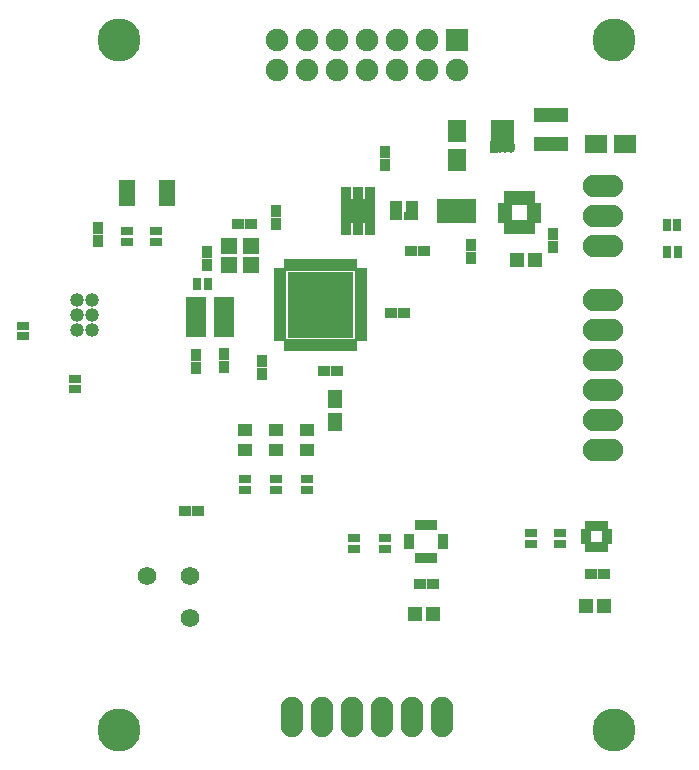
<source format=gbr>
G04 #@! TF.FileFunction,Soldermask,Top*
%FSLAX46Y46*%
G04 Gerber Fmt 4.6, Leading zero omitted, Abs format (unit mm)*
G04 Created by KiCad (PCBNEW 4.0.4-stable) date 10/14/16 17:41:51*
%MOMM*%
%LPD*%
G01*
G04 APERTURE LIST*
%ADD10C,0.100000*%
%ADD11R,1.650000X1.900000*%
%ADD12R,1.900000X1.650000*%
%ADD13R,0.900000X1.000000*%
%ADD14R,1.000000X0.900000*%
%ADD15R,1.200000X1.150000*%
%ADD16R,2.900000X1.150000*%
%ADD17R,1.800000X3.400000*%
%ADD18R,0.800000X1.000000*%
%ADD19R,0.650000X1.000000*%
%ADD20O,0.650000X1.000000*%
%ADD21R,0.700000X1.900000*%
%ADD22R,1.100000X0.650000*%
%ADD23R,0.650000X1.100000*%
%ADD24R,1.687500X1.687500*%
%ADD25R,1.200000X0.650000*%
%ADD26R,1.050000X0.650000*%
%ADD27R,0.850000X1.250000*%
%ADD28R,2.900000X2.000000*%
%ADD29R,1.400000X1.350000*%
%ADD30R,0.750000X1.200000*%
%ADD31R,1.200000X0.750000*%
%ADD32R,1.700000X0.800000*%
%ADD33O,3.414980X1.906220*%
%ADD34R,1.200000X1.000000*%
%ADD35R,1.000000X0.800000*%
%ADD36R,1.898600X1.898600*%
%ADD37C,1.898600*%
%ADD38C,1.187400*%
%ADD39R,1.150000X1.600000*%
%ADD40C,3.651200*%
%ADD41R,0.950000X0.800000*%
%ADD42R,0.800000X0.950000*%
%ADD43O,1.906220X3.414980*%
%ADD44R,1.400000X2.300000*%
%ADD45C,1.558000*%
G04 APERTURE END LIST*
D10*
D11*
X134620000Y-80080800D03*
X134620000Y-82580800D03*
D12*
X146400200Y-81203800D03*
X148900200Y-81203800D03*
D13*
X119329200Y-87976800D03*
X119329200Y-86876800D03*
D14*
X129040800Y-95529400D03*
X130140800Y-95529400D03*
X117186800Y-87960200D03*
X116086800Y-87960200D03*
D13*
X118160800Y-99576800D03*
X118160800Y-100676800D03*
D14*
X123351200Y-100431600D03*
X124451200Y-100431600D03*
D13*
X113461800Y-91431200D03*
X113461800Y-90331200D03*
X112522000Y-99018000D03*
X112522000Y-100118000D03*
X114935000Y-98967200D03*
X114935000Y-100067200D03*
D14*
X130768000Y-90220800D03*
X131868000Y-90220800D03*
D13*
X142748000Y-88781800D03*
X142748000Y-89881800D03*
D15*
X141212000Y-91008200D03*
X139712000Y-91008200D03*
D13*
X135864600Y-89721600D03*
X135864600Y-90821600D03*
X128574800Y-82998400D03*
X128574800Y-81898400D03*
D16*
X142570200Y-81209600D03*
X142570200Y-78759600D03*
D17*
X114935000Y-95859600D03*
X112535000Y-95859600D03*
D18*
X112656200Y-93040200D03*
X113556200Y-93040200D03*
D19*
X137752200Y-81432400D03*
D20*
X138252200Y-81432400D03*
D21*
X137902200Y-80082400D03*
X138502200Y-80082400D03*
X139102200Y-80082400D03*
D20*
X138752200Y-81432400D03*
X139252200Y-81432400D03*
D22*
X119681600Y-92064600D03*
X119681600Y-92564600D03*
X119681600Y-93064600D03*
X119681600Y-93564600D03*
X119681600Y-94064600D03*
X119681600Y-94564600D03*
X119681600Y-95064600D03*
X119681600Y-95564600D03*
X119681600Y-96064600D03*
X119681600Y-96564600D03*
X119681600Y-97064600D03*
X119681600Y-97564600D03*
D23*
X120331600Y-98214600D03*
X120831600Y-98214600D03*
X121331600Y-98214600D03*
X121831600Y-98214600D03*
X122331600Y-98214600D03*
X122831600Y-98214600D03*
X123331600Y-98214600D03*
X123831600Y-98214600D03*
X124331600Y-98214600D03*
X124831600Y-98214600D03*
X125331600Y-98214600D03*
X125831600Y-98214600D03*
D22*
X126481600Y-97564600D03*
X126481600Y-97064600D03*
X126481600Y-96564600D03*
X126481600Y-96064600D03*
X126481600Y-95564600D03*
X126481600Y-95064600D03*
X126481600Y-94564600D03*
X126481600Y-94064600D03*
X126481600Y-93564600D03*
X126481600Y-93064600D03*
X126481600Y-92564600D03*
X126481600Y-92064600D03*
D23*
X125831600Y-91414600D03*
X125331600Y-91414600D03*
X124831600Y-91414600D03*
X124331600Y-91414600D03*
X123831600Y-91414600D03*
X123331600Y-91414600D03*
X122831600Y-91414600D03*
X122331600Y-91414600D03*
X121831600Y-91414600D03*
X121331600Y-91414600D03*
X120831600Y-91414600D03*
X120331600Y-91414600D03*
D24*
X125012850Y-96745850D03*
X125012850Y-95458350D03*
X125012850Y-94170850D03*
X125012850Y-92883350D03*
X123725350Y-96745850D03*
X123725350Y-95458350D03*
X123725350Y-94170850D03*
X123725350Y-92883350D03*
X122437850Y-96745850D03*
X122437850Y-95458350D03*
X122437850Y-94170850D03*
X122437850Y-92883350D03*
X121150350Y-96745850D03*
X121150350Y-95458350D03*
X121150350Y-94170850D03*
X121150350Y-92883350D03*
D25*
X130751235Y-87320865D03*
D26*
X130826235Y-86820865D03*
X130826235Y-86320865D03*
X129476235Y-86320865D03*
X129476235Y-86820865D03*
X129476235Y-87320865D03*
D27*
X125290435Y-88294065D03*
X126290435Y-88294065D03*
X127290435Y-88294065D03*
X127290435Y-85394065D03*
X126290435Y-85394065D03*
X125290435Y-85394065D03*
D28*
X126290435Y-86844065D03*
D29*
X117180800Y-89852200D03*
X115330800Y-89852200D03*
X115330800Y-91402200D03*
X117180800Y-91402200D03*
D30*
X140930235Y-88248665D03*
X140430235Y-88248665D03*
X139930235Y-88248665D03*
X139430235Y-88248665D03*
X138930235Y-88248665D03*
D31*
X138680235Y-86498665D03*
X138680235Y-87498665D03*
X138680235Y-86998665D03*
D30*
X138930235Y-85748665D03*
X139430235Y-85748665D03*
X139930235Y-85748665D03*
X140430235Y-85748665D03*
X140930235Y-85748665D03*
D31*
X141180235Y-86498665D03*
X141180235Y-86998665D03*
X141180235Y-87498665D03*
D32*
X135421635Y-86846265D03*
X133821635Y-86846265D03*
X135421635Y-86196265D03*
X135421635Y-87496265D03*
X133821635Y-87496265D03*
X133821635Y-86196265D03*
D33*
X147015200Y-84759800D03*
X147015200Y-87299800D03*
X147015200Y-89839800D03*
X147015200Y-94361000D03*
X147015200Y-96901000D03*
X147015200Y-99441000D03*
X147015200Y-101981000D03*
X147015200Y-104521000D03*
X147015200Y-107061000D03*
D34*
X116713000Y-105398200D03*
X116713000Y-107098200D03*
X119303800Y-105372800D03*
X119303800Y-107072800D03*
X121945400Y-105372800D03*
X121945400Y-107072800D03*
D35*
X116713000Y-109582800D03*
X116713000Y-110482800D03*
X119303800Y-109582800D03*
X119303800Y-110482800D03*
X121945400Y-109582800D03*
X121945400Y-110482800D03*
D18*
X152407200Y-88011000D03*
X153307200Y-88011000D03*
X153332600Y-90347800D03*
X152432600Y-90347800D03*
D36*
X134620000Y-72390000D03*
D37*
X134620000Y-74930000D03*
X132080000Y-72390000D03*
X132080000Y-74930000D03*
X129540000Y-72390000D03*
X129540000Y-74930000D03*
X127000000Y-72390000D03*
X127000000Y-74930000D03*
X124460000Y-72390000D03*
X124460000Y-74930000D03*
X121920000Y-72390000D03*
X121920000Y-74930000D03*
X119380000Y-72390000D03*
X119380000Y-74930000D03*
D38*
X103784400Y-96926400D03*
X103784400Y-95656400D03*
X103784400Y-94386400D03*
X102514400Y-94386400D03*
X102514400Y-95656400D03*
X102514400Y-96926400D03*
D39*
X124333000Y-102809000D03*
X124333000Y-104709000D03*
D40*
X147955000Y-130810000D03*
X147955000Y-72390000D03*
X106045000Y-72390000D03*
X106045000Y-130810000D03*
D15*
X147079400Y-120269000D03*
X145579400Y-120269000D03*
D14*
X147057200Y-117551200D03*
X145957200Y-117551200D03*
X132604600Y-118465600D03*
X131504600Y-118465600D03*
D15*
X132626800Y-120954800D03*
X131126800Y-120954800D03*
D35*
X102336600Y-101048400D03*
X102336600Y-101948400D03*
X97866200Y-97478000D03*
X97866200Y-96578000D03*
X125933200Y-115461200D03*
X125933200Y-114561200D03*
X128549400Y-115454000D03*
X128549400Y-114554000D03*
X140893800Y-115029400D03*
X140893800Y-114129400D03*
X143408400Y-115029400D03*
X143408400Y-114129400D03*
D41*
X147376400Y-114727000D03*
X147376400Y-114127000D03*
D42*
X147056400Y-113507000D03*
X146456400Y-113507000D03*
X145856400Y-113507000D03*
D41*
X145536400Y-114127000D03*
X145536400Y-114727000D03*
D42*
X145856400Y-115347000D03*
X146456400Y-115347000D03*
X147056400Y-115347000D03*
D43*
X120650000Y-129667000D03*
X123190000Y-129667000D03*
X125730000Y-129667000D03*
X128270000Y-129667000D03*
X130810000Y-129667000D03*
X133350000Y-129667000D03*
D13*
X104292400Y-89373800D03*
X104292400Y-88273800D03*
D35*
X109194600Y-88577000D03*
X109194600Y-89477000D03*
X106705400Y-89477000D03*
X106705400Y-88577000D03*
D44*
X110107200Y-85369400D03*
X106707200Y-85369400D03*
D41*
X133428800Y-115133400D03*
X133428800Y-114533400D03*
D42*
X132603800Y-113408400D03*
X132003800Y-113408400D03*
X131403800Y-113408400D03*
D41*
X130578800Y-114533400D03*
X130578800Y-115133400D03*
D42*
X131403800Y-116258400D03*
X132003800Y-116258400D03*
X132603800Y-116258400D03*
D14*
X111591000Y-112268000D03*
X112691000Y-112268000D03*
D45*
X108422000Y-117729000D03*
X112014000Y-121321000D03*
X112014000Y-117729000D03*
M02*

</source>
